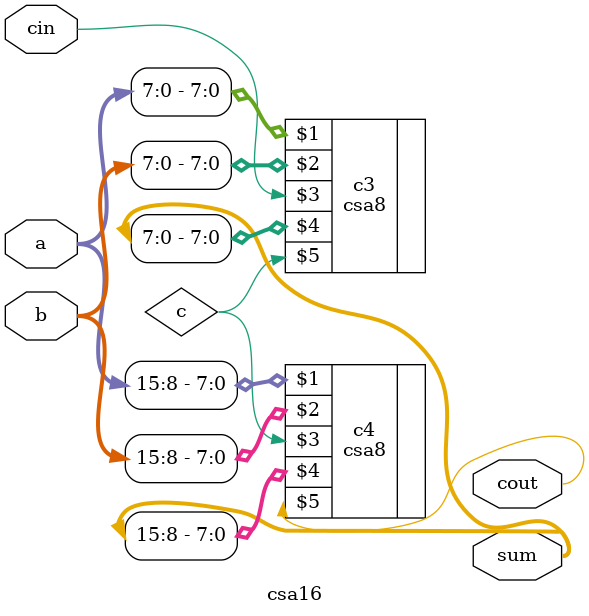
<source format=v>
`timescale 1ns / 1ps

module csa16(input [15:0]a,input [15:0]b,input cin,output [15:0]sum,output cout

    );
wire c;
csa8 c3(a[7:0],b[7:0],cin,sum[7:0],c);
csa8 c4(a[15:8],b[15:8],c,sum[15:8],cout);
endmodule

</source>
